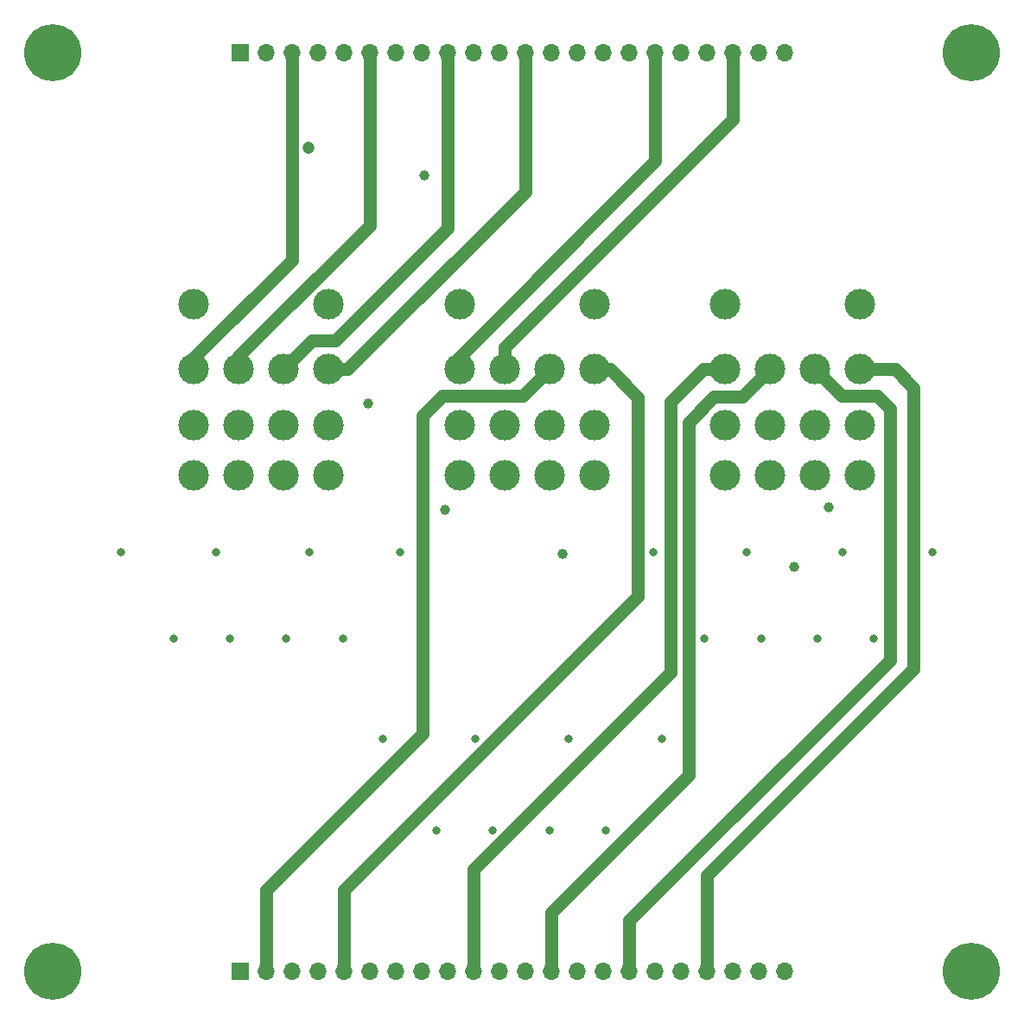
<source format=gbr>
%TF.GenerationSoftware,KiCad,Pcbnew,(5.1.9)-1*%
%TF.CreationDate,2021-11-07T00:19:35+01:00*%
%TF.ProjectId,RelayBoard,52656c61-7942-46f6-9172-642e6b696361,Version 1 *%
%TF.SameCoordinates,Original*%
%TF.FileFunction,Copper,L2,Inr*%
%TF.FilePolarity,Positive*%
%FSLAX46Y46*%
G04 Gerber Fmt 4.6, Leading zero omitted, Abs format (unit mm)*
G04 Created by KiCad (PCBNEW (5.1.9)-1) date 2021-11-07 00:19:35*
%MOMM*%
%LPD*%
G01*
G04 APERTURE LIST*
%TA.AperFunction,ComponentPad*%
%ADD10C,5.600000*%
%TD*%
%TA.AperFunction,ComponentPad*%
%ADD11R,1.700000X1.700000*%
%TD*%
%TA.AperFunction,ComponentPad*%
%ADD12O,1.700000X1.700000*%
%TD*%
%TA.AperFunction,ComponentPad*%
%ADD13C,3.000000*%
%TD*%
%TA.AperFunction,ViaPad*%
%ADD14C,0.800000*%
%TD*%
%TA.AperFunction,ViaPad*%
%ADD15C,1.000000*%
%TD*%
%TA.AperFunction,ViaPad*%
%ADD16C,1.200000*%
%TD*%
%TA.AperFunction,Conductor*%
%ADD17C,1.250000*%
%TD*%
G04 APERTURE END LIST*
D10*
%TO.N,N/C*%
%TO.C,H1*%
X155320000Y-100190000D03*
%TD*%
%TO.N,N/C*%
%TO.C,H2*%
X65320000Y-190190000D03*
%TD*%
%TO.N,N/C*%
%TO.C,H3*%
X65320000Y-100190000D03*
%TD*%
%TO.N,N/C*%
%TO.C,H4*%
X155320000Y-190190000D03*
%TD*%
D11*
%TO.N,R1+*%
%TO.C,1*%
X83665000Y-100215000D03*
D12*
%TO.N,R1-*%
X86205000Y-100215000D03*
%TO.N,COM1_1*%
X88745000Y-100215000D03*
%TO.N,NC1_1*%
X91285000Y-100215000D03*
%TO.N,NO1_1*%
X93825000Y-100215000D03*
%TO.N,COM1_2*%
X96365000Y-100215000D03*
%TO.N,NC1_2*%
X98905000Y-100215000D03*
%TO.N,NO1_2*%
X101445000Y-100215000D03*
%TO.N,COM1_3*%
X103985000Y-100215000D03*
%TO.N,NC1_3*%
X106525000Y-100215000D03*
%TO.N,NO1_3*%
X109065000Y-100215000D03*
%TO.N,COM1_4*%
X111605000Y-100215000D03*
%TO.N,NC1_4*%
X114145000Y-100215000D03*
%TO.N,NO1_4*%
X116685000Y-100215000D03*
%TO.N,R2+*%
X119225000Y-100215000D03*
%TO.N,R2-*%
X121765000Y-100215000D03*
%TO.N,COM2_1*%
X124305000Y-100215000D03*
%TO.N,NC2_1*%
X126845000Y-100215000D03*
%TO.N,NO2_1*%
X129385000Y-100215000D03*
%TO.N,COM2_2*%
X131925000Y-100215000D03*
%TO.N,NC2_2*%
X134465000Y-100215000D03*
%TO.N,G*%
X137005000Y-100215000D03*
%TD*%
%TO.N,G*%
%TO.C,44*%
X137005000Y-190215000D03*
%TO.N,NO3_4*%
X134465000Y-190215000D03*
%TO.N,NC3_4*%
X131925000Y-190215000D03*
%TO.N,COM3_4*%
X129385000Y-190215000D03*
%TO.N,NO3_3*%
X126845000Y-190215000D03*
%TO.N,NC3_3*%
X124305000Y-190215000D03*
%TO.N,COM3_3*%
X121765000Y-190215000D03*
%TO.N,NO3_2*%
X119225000Y-190215000D03*
%TO.N,NC3_2*%
X116685000Y-190215000D03*
%TO.N,COM3_2*%
X114145000Y-190215000D03*
%TO.N,NO3_1*%
X111605000Y-190215000D03*
%TO.N,NC3_1*%
X109065000Y-190215000D03*
%TO.N,COM3_1*%
X106525000Y-190215000D03*
%TO.N,R3-*%
X103985000Y-190215000D03*
%TO.N,R3+*%
X101445000Y-190215000D03*
%TO.N,NO2_4*%
X98905000Y-190215000D03*
%TO.N,NC2_4*%
X96365000Y-190215000D03*
%TO.N,COM2_4*%
X93825000Y-190215000D03*
%TO.N,NO2_3*%
X91285000Y-190215000D03*
%TO.N,NC2_3*%
X88745000Y-190215000D03*
%TO.N,COM2_3*%
X86205000Y-190215000D03*
D11*
%TO.N,NO2_2*%
X83665000Y-190215000D03*
%TD*%
D13*
%TO.N,NC1_1*%
%TO.C,K1*%
X79130001Y-141640001D03*
%TO.N,NC1_2*%
X83530001Y-141640001D03*
%TO.N,NC1_3*%
X87930001Y-141640001D03*
%TO.N,NC1_4*%
X92330001Y-141640001D03*
%TO.N,NO1_1*%
X79130001Y-136740001D03*
%TO.N,NO1_2*%
X83530001Y-136740001D03*
%TO.N,NO1_3*%
X87930001Y-136740001D03*
%TO.N,NO1_4*%
X92330001Y-136740001D03*
%TO.N,COM1_1*%
X79130001Y-131240001D03*
%TO.N,COM1_2*%
X83530001Y-131240001D03*
%TO.N,COM1_3*%
X87930001Y-131240001D03*
%TO.N,COM1_4*%
X92330001Y-131240001D03*
%TO.N,R1-*%
X79130001Y-124890001D03*
%TO.N,Net-(F1-Pad1)*%
X92330001Y-124890001D03*
%TD*%
%TO.N,Net-(F3-Pad1)*%
%TO.C,K3*%
X144350000Y-124890001D03*
%TO.N,R3-*%
X131150000Y-124890001D03*
%TO.N,COM3_4*%
X144350000Y-131240001D03*
%TO.N,COM3_3*%
X139950000Y-131240001D03*
%TO.N,COM3_2*%
X135550000Y-131240001D03*
%TO.N,COM3_1*%
X131150000Y-131240001D03*
%TO.N,NO3_4*%
X144350000Y-136740001D03*
%TO.N,NO3_3*%
X139950000Y-136740001D03*
%TO.N,NO3_2*%
X135550000Y-136740001D03*
%TO.N,NO3_1*%
X131150000Y-136740001D03*
%TO.N,NC3_4*%
X144350000Y-141640001D03*
%TO.N,NC3_3*%
X139950000Y-141640001D03*
%TO.N,NC3_2*%
X135550000Y-141640001D03*
%TO.N,NC3_1*%
X131150000Y-141640001D03*
%TD*%
%TO.N,NC2_1*%
%TO.C,K2*%
X105140000Y-141640001D03*
%TO.N,NC2_2*%
X109540000Y-141640001D03*
%TO.N,NC2_3*%
X113940000Y-141640001D03*
%TO.N,NC2_4*%
X118340000Y-141640001D03*
%TO.N,NO2_1*%
X105140000Y-136740001D03*
%TO.N,NO2_2*%
X109540000Y-136740001D03*
%TO.N,NO2_3*%
X113940000Y-136740001D03*
%TO.N,NO2_4*%
X118340000Y-136740001D03*
%TO.N,COM2_1*%
X105140000Y-131240001D03*
%TO.N,COM2_2*%
X109540000Y-131240001D03*
%TO.N,COM2_3*%
X113940000Y-131240001D03*
%TO.N,COM2_4*%
X118340000Y-131240001D03*
%TO.N,R2-*%
X105140000Y-124890001D03*
%TO.N,Net-(F2-Pad1)*%
X118340000Y-124890001D03*
%TD*%
D14*
%TO.N,NO1_2*%
X82660000Y-157640000D03*
%TO.N,NO1_1*%
X77120000Y-157640000D03*
X77120000Y-157640000D03*
%TO.N,NO1_3*%
X88190000Y-157640000D03*
D15*
X101680000Y-112210000D03*
D14*
%TO.N,NO1_4*%
X93720000Y-157640000D03*
D15*
X96230000Y-134610000D03*
D14*
%TO.N,NC1_2*%
X81280000Y-149190000D03*
%TO.N,NC1_1*%
X71980000Y-149190000D03*
%TO.N,NC1_3*%
X90420000Y-149190000D03*
%TO.N,NC1_4*%
X99370000Y-149190000D03*
%TO.N,NO3_2*%
X134680000Y-157580000D03*
D15*
X137940000Y-150580000D03*
D14*
%TO.N,NO3_1*%
X129120000Y-157580000D03*
%TO.N,NO3_3*%
X140210000Y-157580000D03*
D15*
X141360000Y-144760000D03*
D14*
%TO.N,NO3_4*%
X145750000Y-157580000D03*
%TO.N,NC3_2*%
X133300000Y-149190000D03*
%TO.N,NC3_3*%
X142660000Y-149190000D03*
%TO.N,NC3_4*%
X151500000Y-149190000D03*
%TO.N,NO2_2*%
X108410000Y-176430000D03*
D15*
X103740000Y-144980000D03*
D14*
%TO.N,NO2_1*%
X102870000Y-176430000D03*
%TO.N,NO2_3*%
X113940000Y-176430000D03*
D15*
X115210000Y-149330000D03*
D14*
%TO.N,NO2_4*%
X119470000Y-176430000D03*
%TO.N,NC2_2*%
X106700000Y-167460000D03*
%TO.N,NC2_1*%
X97640000Y-167460000D03*
%TO.N,NC2_3*%
X115880000Y-167460000D03*
%TO.N,NC2_4*%
X124980000Y-167460000D03*
D16*
%TO.N,R1+*%
X90340000Y-109560000D03*
D14*
%TO.N,NC3_1*%
X124150000Y-149190000D03*
%TD*%
D17*
%TO.N,COM1_1*%
X88745000Y-120495000D02*
X88745000Y-100215000D01*
X79130001Y-130109999D02*
X88745000Y-120495000D01*
X79130001Y-131240001D02*
X79130001Y-130109999D01*
%TO.N,COM1_2*%
X96365000Y-117135000D02*
X96365000Y-100215000D01*
X83530001Y-129969999D02*
X96365000Y-117135000D01*
X83530001Y-131240001D02*
X83530001Y-129969999D01*
%TO.N,COM1_3*%
X103985000Y-117435000D02*
X103985000Y-100215000D01*
X92970000Y-128450000D02*
X103985000Y-117435000D01*
X90720002Y-128450000D02*
X92970000Y-128450000D01*
X87930001Y-131240001D02*
X90720002Y-128450000D01*
%TO.N,COM1_4*%
X111605000Y-113835000D02*
X111605000Y-100215000D01*
X94199999Y-131240001D02*
X111605000Y-113835000D01*
X92330001Y-131240001D02*
X94199999Y-131240001D01*
%TO.N,COM2_1*%
X124305000Y-110815000D02*
X124305000Y-100215000D01*
X105140000Y-129980000D02*
X124305000Y-110815000D01*
X105140000Y-131240001D02*
X105140000Y-129980000D01*
%TO.N,COM2_2*%
X131925000Y-106733681D02*
X131925000Y-100215000D01*
X109540000Y-129118681D02*
X131925000Y-106733681D01*
X109540000Y-131240001D02*
X109540000Y-129118681D01*
%TO.N,COM3_4*%
X129385000Y-180815000D02*
X129385000Y-190215000D01*
X149650000Y-160550000D02*
X129385000Y-180815000D01*
X149650000Y-133040000D02*
X149650000Y-160550000D01*
X147850001Y-131240001D02*
X149650000Y-133040000D01*
X144350000Y-131240001D02*
X147850001Y-131240001D01*
%TO.N,COM3_3*%
X147300000Y-159700000D02*
X121765000Y-185235000D01*
X147300000Y-135110000D02*
X147300000Y-159700000D01*
X121765000Y-185235000D02*
X121765000Y-190215000D01*
X146060000Y-133870000D02*
X147300000Y-135110000D01*
X142579999Y-133870000D02*
X146060000Y-133870000D01*
X139950000Y-131240001D02*
X142579999Y-133870000D01*
%TO.N,COM3_2*%
X132870001Y-133920000D02*
X135550000Y-131240001D01*
X130090000Y-133920000D02*
X132870001Y-133920000D01*
X127590000Y-136420000D02*
X130090000Y-133920000D01*
X127590000Y-170980000D02*
X127590000Y-136420000D01*
X114145000Y-184425000D02*
X127590000Y-170980000D01*
X114145000Y-190215000D02*
X114145000Y-184425000D01*
%TO.N,COM3_1*%
X106525000Y-189012919D02*
X106525000Y-190215000D01*
X106525000Y-180235000D02*
X106525000Y-189012919D01*
X125830000Y-160930000D02*
X106525000Y-180235000D01*
X125830000Y-134438681D02*
X125830000Y-160930000D01*
X129028680Y-131240001D02*
X125830000Y-134438681D01*
X131150000Y-131240001D02*
X129028680Y-131240001D01*
%TO.N,COM2_4*%
X122620000Y-153480000D02*
X93825000Y-182275000D01*
X122620000Y-133980000D02*
X122620000Y-153480000D01*
X93825000Y-182275000D02*
X93825000Y-190215000D01*
X119880001Y-131240001D02*
X122620000Y-133980000D01*
X118340000Y-131240001D02*
X119880001Y-131240001D01*
%TO.N,COM2_3*%
X86205000Y-182255000D02*
X86205000Y-190215000D01*
X101550000Y-166910000D02*
X86205000Y-182255000D01*
X101550000Y-135790000D02*
X101550000Y-166910000D01*
X103480000Y-133860000D02*
X101550000Y-135790000D01*
X111320001Y-133860000D02*
X103480000Y-133860000D01*
X113940000Y-131240001D02*
X111320001Y-133860000D01*
%TD*%
M02*

</source>
